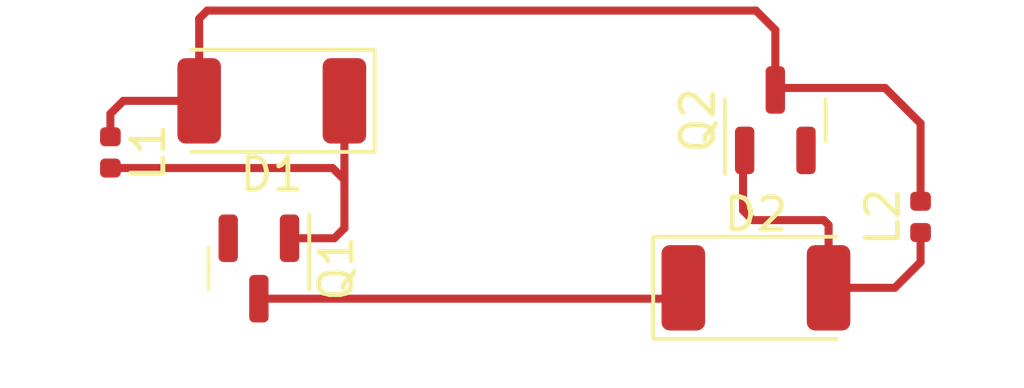
<source format=kicad_pcb>
(kicad_pcb (version 20211014) (generator pcbnew)
  (layers (0 "F.Cu" signal) (31 "B.Cu" signal) (34 "B.Paste" user) (35 "F.Paste" user) (36 "B.SilkS" user "B.Silkscreen") (37 "F.SilkS" user "F.Silkscreen") (38 "B.Mask" user) (39 "F.Mask" user) (44 "Edge.Cuts" user))
  (net 0 "")
  (net 1 "Net-(D1-Pad1)")
  (net 2 "VAA")
  (net 3 "Earth")
  (net 4 "Net-(D2-Pad2)")
  (footprint "Inductor_SMD:L_0402_1005Metric" (layer "F.Cu") (at 132.1 84.6 -90)
    (fp_text reference "L1" (at 0 -1.17 90) (layer "F.SilkS"))
    (fp_text value "10H")
    (pad "1" smd roundrect (at -0.485 0 270) (size 0.59 0.64) (layers "F.Cu" "F.Paste" "F.Mask") (net 2 "VAA"))
    (pad "2" smd roundrect (at 0.485 0 270) (size 0.59 0.64) (layers "F.Cu" "F.Paste" "F.Mask") (net 1 "Net-(D1-Pad1)"))
  )
  (footprint "Diode_SMD:D_2010_5025Metric" (layer "F.Cu") (at 152.1 88.8)
    (fp_text reference "D2" (at 0 -2.28) (layer "F.SilkS"))
    (fp_text value "DIODE")
    (fp_line (start -3.185 1.585) (end 2.5 1.585) (layer "F.SilkS") (width 0.12))
    (fp_line (start -3.185 -1.585) (end -3.185 1.585) (layer "F.SilkS") (width 0.12))
    (fp_line (start 2.5 -1.585) (end -3.185 -1.585) (layer "F.SilkS") (width 0.12))
    (pad "1" smd roundrect (at -2.25 0) (size 1.35 2.65) (layers "F.Cu" "F.Paste" "F.Mask") (roundrect_rratio 0.185185) (net 3 "Earth"))
    (pad "2" smd roundrect (at 2.25 0) (size 1.35 2.65) (layers "F.Cu" "F.Paste" "F.Mask") (roundrect_rratio 0.185185) (net 4 "Net-(D2-Pad2)"))
  )
  (footprint "Package_TO_SOT_SMD:SOT-23" (layer "F.Cu") (at 152.7 83.6 90)
    (fp_text reference "Q2" (at 0 -2.4 90) (layer "F.SilkS"))
    (fp_text value "N_Channel_Mosfet_D")
    (fp_line (start 0 -1.56) (end -1.675 -1.56) (layer "F.SilkS") (width 0.12))
    (fp_line (start 0 1.56) (end -0.65 1.56) (layer "F.SilkS") (width 0.12))
    (fp_line (start 0 -1.56) (end 0.65 -1.56) (layer "F.SilkS") (width 0.12))
    (fp_line (start 0 1.56) (end 0.65 1.56) (layer "F.SilkS") (width 0.12))
    (pad "1" smd roundrect (at -0.9375 -0.95 90) (size 1.475 0.6) (layers "F.Cu" "F.Paste" "F.Mask") (net 4 "Net-(D2-Pad2)"))
    (pad "2" smd roundrect (at -0.9375 0.95 90) (size 1.475 0.6) (layers "F.Cu" "F.Paste" "F.Mask"))
    (pad "3" smd roundrect (at 0.9375 0 90) (size 1.475 0.6) (layers "F.Cu" "F.Paste" "F.Mask") (net 2 "VAA"))
  )
  (footprint "Diode_SMD:D_2010_5025Metric" (layer "F.Cu") (at 137.1 83 180)
    (fp_text reference "D1" (at 0 -2.28) (layer "F.SilkS"))
    (fp_text value "DIODE")
    (fp_line (start 2.5 -1.585) (end -3.185 -1.585) (layer "F.SilkS") (width 0.12))
    (fp_line (start -3.185 -1.585) (end -3.185 1.585) (layer "F.SilkS") (width 0.12))
    (fp_line (start -3.185 1.585) (end 2.5 1.585) (layer "F.SilkS") (width 0.12))
    (pad "1" smd roundrect (at -2.25 0 180) (size 1.35 2.65) (layers "F.Cu" "F.Paste" "F.Mask") (roundrect_rratio 0.185185) (net 1 "Net-(D1-Pad1)"))
    (pad "2" smd roundrect (at 2.25 0 180) (size 1.35 2.65) (layers "F.Cu" "F.Paste" "F.Mask") (roundrect_rratio 0.185185) (net 2 "VAA"))
  )
  (footprint "Inductor_SMD:L_0402_1005Metric" (layer "F.Cu") (at 157.2 86.6 90)
    (fp_text reference "L2" (at 0 -1.17 90) (layer "F.SilkS"))
    (fp_text value "10H")
    (pad "1" smd roundrect (at -0.485 0 90) (size 0.59 0.64) (layers "F.Cu" "F.Paste" "F.Mask") (net 4 "Net-(D2-Pad2)"))
    (pad "2" smd roundrect (at 0.485 0 90) (size 0.59 0.64) (layers "F.Cu" "F.Paste" "F.Mask") (net 2 "VAA"))
  )
  (footprint "Package_TO_SOT_SMD:SOT-23" (layer "F.Cu") (at 136.7 88.2 -90)
    (fp_text reference "Q1" (at 0 -2.4 90) (layer "F.SilkS"))
    (fp_text value "N_Channel_Mosfet_D")
    (fp_line (start 0 -1.56) (end 0.65 -1.56) (layer "F.SilkS") (width 0.12))
    (fp_line (start 0 1.56) (end 0.65 1.56) (layer "F.SilkS") (width 0.12))
    (fp_line (start 0 1.56) (end -0.65 1.56) (layer "F.SilkS") (width 0.12))
    (fp_line (start 0 -1.56) (end -1.675 -1.56) (layer "F.SilkS") (width 0.12))
    (pad "1" smd roundrect (at -0.9375 -0.95 270) (size 1.475 0.6) (layers "F.Cu" "F.Paste" "F.Mask") (net 1 "Net-(D1-Pad1)"))
    (pad "2" smd roundrect (at -0.9375 0.95 270) (size 1.475 0.6) (layers "F.Cu" "F.Paste" "F.Mask"))
    (pad "3" smd roundrect (at 0.9375 0 270) (size 1.475 0.6) (layers "F.Cu" "F.Paste" "F.Mask") (net 3 "Earth"))
  )
  (segment (start 139.35 83) (end 139.35 85.45) (width 0.25) (layer "F.Cu") (net 1))
  (segment (start 132.1 85.085) (end 138.985 85.085) (width 0.25) (layer "F.Cu") (net 1))
  (segment (start 138.985 85.085) (end 139.35 85.45) (width 0.25) (layer "F.Cu") (net 1))
  (segment (start 139.35 86.95) (end 139.0375 87.2625) (width 0.25) (layer "F.Cu") (net 1))
  (segment (start 139.0375 87.2625) (end 137.65 87.2625) (width 0.25) (layer "F.Cu") (net 1))
  (segment (start 139.35 85.45) (end 139.35 86.95) (width 0.25) (layer "F.Cu") (net 1))
  (segment (start 135.1 80.2) (end 152.1 80.2) (width 0.25) (layer "F.Cu") (net 2))
  (segment (start 134.85 80.45) (end 135.1 80.2) (width 0.25) (layer "F.Cu") (net 2))
  (segment (start 152.1 80.2) (end 152.7 80.8) (width 0.25) (layer "F.Cu") (net 2))
  (segment (start 132.1 83.4) (end 132.1 84.115) (width 0.25) (layer "F.Cu") (net 2))
  (segment (start 156.1 82.6) (end 152.7625 82.6) (width 0.25) (layer "F.Cu") (net 2))
  (segment (start 157.2 86.115) (end 157.2 83.7) (width 0.25) (layer "F.Cu") (net 2))
  (segment (start 132.5 83) (end 132.1 83.4) (width 0.25) (layer "F.Cu") (net 2))
  (segment (start 134.85 83) (end 132.5 83) (width 0.25) (layer "F.Cu") (net 2))
  (segment (start 152.7 80.8) (end 152.7 82.6625) (width 0.25) (layer "F.Cu") (net 2))
  (segment (start 134.85 83) (end 134.85 80.45) (width 0.25) (layer "F.Cu") (net 2))
  (segment (start 157.2 83.7) (end 156.1 82.6) (width 0.25) (layer "F.Cu") (net 2))
  (segment (start 152.7625 82.6) (end 152.7 82.6625) (width 0.25) (layer "F.Cu") (net 2))
  (segment (start 149.5125 89.1375) (end 149.85 88.8) (width 0.25) (layer "F.Cu") (net 3))
  (segment (start 136.7 89.1375) (end 149.5125 89.1375) (width 0.25) (layer "F.Cu") (net 3))
  (segment (start 154.2 86.7) (end 154.35 86.85) (width 0.25) (layer "F.Cu") (net 4))
  (segment (start 152 86.7) (end 154.2 86.7) (width 0.25) (layer "F.Cu") (net 4))
  (segment (start 157.2 88) (end 157.2 87.085) (width 0.25) (layer "F.Cu") (net 4))
  (segment (start 151.7 84.5875) (end 151.7 86.4) (width 0.25) (layer "F.Cu") (net 4))
  (segment (start 151.7 86.4) (end 152 86.7) (width 0.25) (layer "F.Cu") (net 4))
  (segment (start 151.75 84.5375) (end 151.7 84.5875) (width 0.25) (layer "F.Cu") (net 4))
  (segment (start 154.35 86.85) (end 154.35 88.8) (width 0.25) (layer "F.Cu") (net 4))
  (segment (start 156.4 88.8) (end 157.2 88) (width 0.25) (layer "F.Cu") (net 4))
  (segment (start 154.35 88.8) (end 156.4 88.8) (width 0.25) (layer "F.Cu") (net 4))
)
</source>
